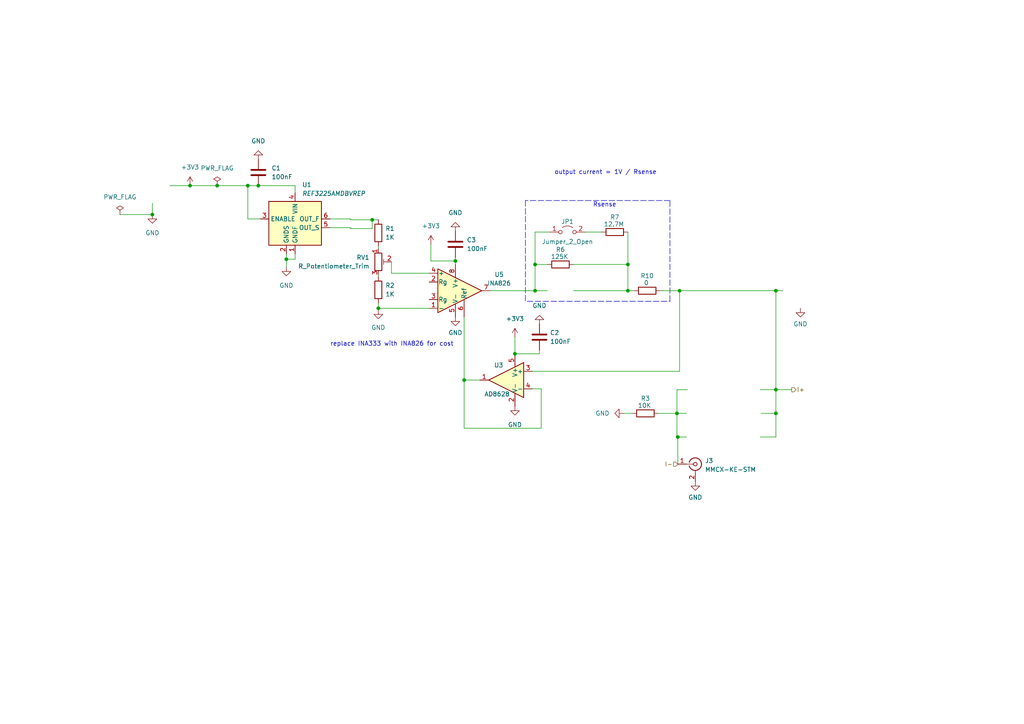
<source format=kicad_sch>
(kicad_sch (version 20211123) (generator eeschema)
  (paper "A4")
  (lib_symbols
    (symbol "0JLC-6:100nF" (pin_numbers hide) (pin_names (offset 0.254))
      (property "Reference" "C" (at 0.635 2.54 0))
      (property "Value" "100nF" (at 0.635 -2.54 0))
      (symbol "100nF_0_1"
        (polyline (pts (xy -2.032 -0.762) (xy 2.032 -0.762)) (stroke (width 0.508)))
        (polyline (pts (xy -2.032 0.762) (xy 2.032 0.762)) (stroke (width 0.508)))
      )
      (symbol "100nF_1_1"
        (pin passive line (at 0 3.81 270) (length 2.794) (name "~") (number "1"))
        (pin passive line (at 0 -3.81 90) (length 2.794) (name "~") (number "2"))
      )
    )
    (symbol "0JLC-6:1K" (pin_numbers hide) (pin_names (offset 0))
      (property "Reference" "R" (at 2.032 0 90))
      (property "Value" "1K" (at 0 0 90))
      (symbol "1K_0_1"
        (rectangle (start -1.016 -2.54) (end 1.016 2.54) (stroke (width 0.254)))
      )
      (symbol "1K_1_1"
        (pin passive line (at 0 3.81 270) (length 1.27) (name "~") (number "1"))
        (pin passive line (at 0 -3.81 90) (length 1.27) (name "~") (number "2"))
      )
    )
    (symbol "0JLC-6:AD8605" (pin_names (offset 0.127))
      (property "Reference" "U" (at 0 5.08 0))
      (property "Value" "AD8605" (at 0 -5.08 0))
      (property "LCSC" "C9641" (at 0 0 0))
      (property "MPN" "AD8605ARTZ-REEL7" (at 0 0 0))
      (property "LCSC2" "C578772" (at 0 0 0))
      (symbol "AD8605_0_1"
        (polyline (pts (xy -5.08 5.08) (xy 5.08 0) (xy -5.08 -5.08) (xy -5.08 5.08)) (stroke (width 0.254)) (fill (type background)))
        (pin power_in line (at -2.54 -7.62 90) (length 3.81) (name "V-") (number "2"))
        (pin power_in line (at -2.54 7.62 270) (length 3.81) (name "V+") (number "5"))
      )
      (symbol "AD8605_1_1"
        (pin output line (at 7.62 0 180) (length 2.54) (name "~") (number "1"))
        (pin input line (at -7.62 2.54 0) (length 2.54) (name "+") (number "3"))
        (pin input line (at -7.62 -2.54 0) (length 2.54) (name "-") (number "4"))
      )
    )
    (symbol "0JLC-6:INA826" (pin_names (offset 0.127))
      (property "Reference" "U" (at 3.81 3.175 0))
      (property "Value" "INA826" (at 3.81 -3.175 0))
      (symbol "INA826_0_1"
        (polyline (pts (xy 7.62 0) (xy -5.08 6.35) (xy -5.08 -6.35) (xy 7.62 0)) (stroke (width 0.254)) (fill (type background)))
      )
      (symbol "INA826_1_1"
        (pin input line (at -7.62 -5.08 0) (length 2.54) (name "-") (number "1"))
        (pin passive line (at -7.62 2.54 0) (length 2.54) (name "Rg") (number "2"))
        (pin passive line (at -7.62 -2.54 0) (length 2.54) (name "Rg") (number "3"))
        (pin input line (at -7.62 5.08 0) (length 2.54) (name "+") (number "4"))
        (pin power_in line (at 0 -7.62 90) (length 3.81) (name "V-") (number "5"))
        (pin input line (at 2.54 -7.62 90) (length 5.08) (name "Ref") (number "6"))
        (pin output line (at 10.16 0 180) (length 2.54) (name "~") (number "7"))
        (pin power_in line (at 0 7.62 270) (length 3.81) (name "V+") (number "8"))
      )
    )
    (symbol "0JLC-6:MMCX-KE-STM" (pin_names (offset 1.016) hide)
      (property "Reference" "J" (at 0.254 3.048 0))
      (property "Value" "MMCX-KE-STM" (at 2.921 0 90))
      (symbol "MMCX-KE-STM_0_1"
        (arc (start -1.778 -0.508) (mid 0.2311 -1.8066) (end 1.778 0) (stroke (width 0.254)))
        (polyline (pts (xy -2.54 0) (xy -0.508 0)))
        (polyline (pts (xy 0 -2.54) (xy 0 -1.778)))
        (circle (center 0 0) (radius 0.508) (stroke (width 0.2032)))
        (arc (start 1.778 0) (mid 0.2099 1.8101) (end -1.778 0.508) (stroke (width 0.254)))
      )
      (symbol "MMCX-KE-STM_1_1"
        (pin passive line (at -5.08 0 0) (length 2.54) (name "In") (number "1"))
        (pin passive line (at 0 -5.08 90) (length 2.54) (name "Ext") (number "2"))
      )
    )
    (symbol "Device:R_Potentiometer_Trim" (pin_names (offset 1.016) hide)
      (property "Reference" "RV" (at -4.445 0 90))
      (property "Value" "R_Potentiometer_Trim" (at -2.54 0 90))
      (symbol "R_Potentiometer_Trim_0_1"
        (polyline (pts (xy 1.524 0.762) (xy 1.524 -0.762)))
        (polyline (pts (xy 2.54 0) (xy 1.524 0)))
        (rectangle (start 1.016 2.54) (end -1.016 -2.54) (stroke (width 0.254)))
      )
      (symbol "R_Potentiometer_Trim_1_1"
        (pin passive line (at 0 3.81 270) (length 1.27) (name "1") (number "1"))
        (pin passive line (at 3.81 0 180) (length 1.27) (name "2") (number "2"))
        (pin passive line (at 0 -3.81 90) (length 1.27) (name "3") (number "3"))
      )
    )
    (symbol "Jumper:Jumper_2_Open" (pin_names (offset 0) hide)
      (property "Reference" "JP" (at 0 2.794 0))
      (property "Value" "Jumper_2_Open" (at 0 -2.286 0))
      (symbol "Jumper_2_Open_0_0"
        (circle (center -2.032 0) (radius 0.508))
        (circle (center 2.032 0) (radius 0.508))
      )
      (symbol "Jumper_2_Open_0_1"
        (arc (start 1.524 1.27) (mid 0 1.778) (end -1.524 1.27))
      )
      (symbol "Jumper_2_Open_1_1"
        (pin passive line (at -5.08 0 0) (length 2.54) (name "A") (number "1"))
        (pin passive line (at 5.08 0 180) (length 2.54) (name "B") (number "2"))
      )
    )
    (symbol "Reference_Voltage:REF3225AMDBVREP"
      (property "Reference" "U" (at 1.27 8.89 0))
      (property "Value" "REF3225AMDBVREP" (at 1.27 6.35 0))
      (symbol "REF3225AMDBVREP_0_1"
        (rectangle (start -7.62 5.08) (end 7.62 -7.62) (stroke (width 0.254)) (fill (type background)))
      )
      (symbol "REF3225AMDBVREP_1_1"
        (pin power_in line (at 0 -10.16 90) (length 2.54) (name "GNDF") (number "1"))
        (pin input line (at -2.54 -10.16 90) (length 2.54) (name "GNDS") (number "2"))
        (pin input line (at -10.16 0 0) (length 2.54) (name "ENABLE") (number "3"))
        (pin power_in line (at 0 7.62 270) (length 2.54) (name "VIN") (number "4"))
        (pin input line (at 10.16 -2.54 180) (length 2.54) (name "OUT_S") (number "5"))
        (pin output line (at 10.16 0 180) (length 2.54) (name "OUT_F") (number "6"))
      )
    )
    (symbol "power:+3.3V" (power) (pin_names (offset 0))
      (property "Value" "+3.3V" (at 0 3.556 0))
      (symbol "+3.3V_0_1"
        (polyline (pts (xy -0.762 1.27) (xy 0 2.54)))
        (polyline (pts (xy 0 0) (xy 0 2.54)))
        (polyline (pts (xy 0 2.54) (xy 0.762 1.27)))
      )
      (symbol "+3.3V_1_1"
        (pin power_in line (at 0 0 90) (length 0) hide (name "+3V3") (number "1"))
      )
    )
    (symbol "power:GND" (power) (pin_names (offset 0))
      (property "Value" "GND" (at 0 -3.81 0))
      (symbol "GND_0_1"
        (polyline (pts (xy 0 0) (xy 0 -1.27) (xy 1.27 -1.27) (xy 0 -2.54) (xy -1.27 -1.27) (xy 0 -1.27)))
      )
      (symbol "GND_1_1"
        (pin power_in line (at 0 0 270) (length 0) hide (name "GND") (number "1"))
      )
    )
    (symbol "power:PWR_FLAG" (power) (pin_numbers hide) (pin_names (offset 0) hide)
      (property "Value" "PWR_FLAG" (at 0 3.81 0))
      (symbol "PWR_FLAG_0_0"
        (pin power_out line (at 0 0 90) (length 0) (name "pwr") (number "1"))
      )
      (symbol "PWR_FLAG_0_1"
        (polyline (pts (xy 0 0) (xy 0 1.27) (xy -1.016 1.905) (xy 0 2.54) (xy 1.016 1.905) (xy 0 1.27)))
      )
    )
  )
  (junction (at 132.08 75.692))
  (junction (at 83.058 75.184))
  (junction (at 197.104 84.328))
  (junction (at 109.728 89.408))
  (junction (at 74.93 53.848))
  (junction (at 196.596 126.746))
  (junction (at 155.194 76.708))
  (junction (at 225.044 113.03))
  (junction (at 62.992 53.848))
  (junction (at 225.044 84.328))
  (junction (at 134.62 110.236))
  (junction (at 71.882 53.848))
  (junction (at 155.194 84.328))
  (junction (at 107.95 63.754))
  (junction (at 149.352 102.616))
  (junction (at 182.118 76.708))
  (junction (at 44.196 62.23))
  (junction (at 55.118 53.848))
  (junction (at 225.044 119.888))
  (junction (at 196.342 119.888))
  (junction (at 182.118 84.328))
  (wire (pts (xy 34.798 62.23) (xy 44.196 62.23)))
  (wire (pts (xy 149.352 102.616) (xy 156.464 102.616)))
  (wire (pts (xy 191.008 119.888) (xy 196.342 119.888)))
  (wire (pts (xy 155.194 67.31) (xy 155.194 76.708)))
  (wire (pts (xy 225.044 84.328) (xy 225.044 113.03)))
  (wire (pts (xy 132.08 75.692) (xy 132.08 76.708)))
  (wire (pts (xy 49.276 53.848) (xy 55.118 53.848)))
  (wire (pts (xy 113.538 79.248) (xy 124.46 79.248)))
  (wire (pts (xy 196.596 126.746) (xy 196.596 134.62)))
  (wire (pts (xy 220.726 119.888) (xy 225.044 119.888)))
  (wire (pts (xy 180.848 119.888) (xy 183.388 119.888)))
  (wire (pts (xy 101.6 66.294) (xy 107.95 66.294)))
  (wire (pts (xy 154.432 112.776) (xy 156.972 112.776)))
  (wire (pts (xy 191.516 84.328) (xy 197.104 84.328)))
  (wire (pts (xy 196.342 126.746) (xy 196.342 119.888)))
  (wire (pts (xy 71.882 63.5) (xy 71.882 53.848)))
  (wire (pts (xy 109.728 79.756) (xy 109.728 80.264)))
  (polyline (pts (xy 194.31 87.376) (xy 194.31 58.166)))
  (wire (pts (xy 197.104 84.328) (xy 225.044 84.328)))
  (polyline (pts (xy 194.31 58.166) (xy 152.4 58.166)))
  (wire (pts (xy 149.352 97.79) (xy 149.352 102.616)))
  (wire (pts (xy 71.882 53.848) (xy 74.93 53.848)))
  (wire (pts (xy 155.194 76.708) (xy 155.194 84.328)))
  (wire (pts (xy 225.044 113.03) (xy 229.616 113.03)))
  (wire (pts (xy 132.08 74.676) (xy 132.08 75.692)))
  (polyline (pts (xy 152.4 58.166) (xy 152.4 87.63)))
  (polyline (pts (xy 152.908 87.376) (xy 194.31 87.376)))
  (wire (pts (xy 62.992 53.848) (xy 71.882 53.848)))
  (wire (pts (xy 107.95 66.294) (xy 107.95 63.754)))
  (wire (pts (xy 101.6 66.04) (xy 101.6 66.294)))
  (wire (pts (xy 109.728 71.374) (xy 109.728 72.136)))
  (wire (pts (xy 197.104 107.696) (xy 197.104 84.328)))
  (wire (pts (xy 95.758 63.5) (xy 101.6 63.5)))
  (wire (pts (xy 44.196 58.928) (xy 44.196 62.23)))
  (wire (pts (xy 134.62 124.206) (xy 134.62 110.236)))
  (wire (pts (xy 225.044 119.888) (xy 225.044 113.03)))
  (wire (pts (xy 182.118 67.31) (xy 182.118 76.708)))
  (wire (pts (xy 227.076 84.328) (xy 225.044 84.328)))
  (wire (pts (xy 182.118 84.328) (xy 183.896 84.328)))
  (wire (pts (xy 225.044 113.03) (xy 220.472 113.03)))
  (wire (pts (xy 182.118 76.708) (xy 182.118 84.328)))
  (wire (pts (xy 124.968 70.866) (xy 124.968 75.692)))
  (wire (pts (xy 199.39 113.03) (xy 196.342 113.03)))
  (wire (pts (xy 134.62 91.948) (xy 134.62 110.236)))
  (wire (pts (xy 155.194 84.328) (xy 158.75 84.328)))
  (wire (pts (xy 196.342 119.888) (xy 199.136 119.888)))
  (wire (pts (xy 113.538 75.946) (xy 113.538 79.248)))
  (wire (pts (xy 109.728 89.408) (xy 109.728 89.916)))
  (wire (pts (xy 199.136 126.746) (xy 196.596 126.746)))
  (wire (pts (xy 83.058 75.184) (xy 83.058 77.47)))
  (wire (pts (xy 159.512 67.31) (xy 155.194 67.31)))
  (wire (pts (xy 95.758 66.04) (xy 101.6 66.04)))
  (wire (pts (xy 107.95 63.754) (xy 109.728 63.754)))
  (wire (pts (xy 85.598 53.848) (xy 85.598 55.88)))
  (wire (pts (xy 196.596 126.746) (xy 196.342 126.746)))
  (wire (pts (xy 156.972 124.206) (xy 134.62 124.206)))
  (wire (pts (xy 225.044 126.746) (xy 225.044 119.888)))
  (wire (pts (xy 85.598 73.66) (xy 85.598 75.184)))
  (wire (pts (xy 101.6 63.5) (xy 101.6 63.754)))
  (wire (pts (xy 142.24 84.328) (xy 155.194 84.328)))
  (wire (pts (xy 109.728 87.884) (xy 109.728 89.408)))
  (wire (pts (xy 124.968 75.692) (xy 132.08 75.692)))
  (wire (pts (xy 85.598 75.184) (xy 83.058 75.184)))
  (wire (pts (xy 166.37 76.708) (xy 182.118 76.708)))
  (wire (pts (xy 109.728 89.408) (xy 124.46 89.408)))
  (wire (pts (xy 196.342 113.03) (xy 196.342 119.888)))
  (wire (pts (xy 182.118 84.328) (xy 166.37 84.328)))
  (wire (pts (xy 169.672 67.31) (xy 174.498 67.31)))
  (wire (pts (xy 101.6 63.754) (xy 107.95 63.754)))
  (wire (pts (xy 154.432 107.696) (xy 197.104 107.696)))
  (wire (pts (xy 75.438 63.5) (xy 71.882 63.5)))
  (wire (pts (xy 83.058 73.66) (xy 83.058 75.184)))
  (wire (pts (xy 158.75 76.708) (xy 155.194 76.708)))
  (wire (pts (xy 55.118 53.848) (xy 62.992 53.848)))
  (wire (pts (xy 156.464 101.6) (xy 156.464 102.616)))
  (wire (pts (xy 156.972 112.776) (xy 156.972 124.206)))
  (wire (pts (xy 74.93 53.848) (xy 85.598 53.848)))
  (wire (pts (xy 220.472 126.746) (xy 225.044 126.746)))
  (wire (pts (xy 134.62 110.236) (xy 139.192 110.236)))
  (text "Rsense" (at 171.958 60.198 0) (effects (font (size 1.27 1.27)) (justify left bottom)))
  (text "output current = 1V / Rsense" (at 160.782 50.8 0) (effects (font (size 1.27 1.27)) (justify left bottom)))
  (text "replace INA333 with INA826 for cost" (at 95.758 100.584 0) (effects (font (size 1.27 1.27)) (justify left bottom)))
  (hierarchical_label "I+" (shape output) (at 229.616 113.03 0))
  (hierarchical_label "I-" (shape input) (at 196.596 134.62 180))
  (symbol (lib_id "0JLC-6:100nF") (at 74.93 50.038 0) (unit 1)
    (property "Reference" "C1" (at 78.74 48.7679 0) (effects (justify left)))
    (property "Value" "100nF" (at 78.74 51.3079 0) (effects (justify left)))
    (property "Footprint" "Capacitor_SMD:C_0603_1608Metric_Pad1.08x0.95mm_HandSolder" (effects hide))
    (property "LCSC" "C14663" (effects hide))
    (property "MPN" "CC0603KRX7R9BB104" (effects hide))
  )
  (symbol (lib_id "power:GND") (at 132.08 67.056 180) (unit 1)
    (property "Reference" "#PWR0105" (effects hide))
    (property "Value" "GND" (at 132.08 61.722 0))
  )
  (symbol (lib_id "0JLC-6:100nF") (at 132.08 70.866 0) (unit 1)
    (property "Reference" "C3" (at 135.382 69.5959 0) (effects (justify left)))
    (property "Value" "100nF" (at 135.382 72.1359 0) (effects (justify left)))
    (property "Footprint" "Capacitor_SMD:C_0603_1608Metric_Pad1.08x0.95mm_HandSolder" (effects hide))
    (property "LCSC" "C14663" (effects hide))
    (property "MPN" "CC0603KRX7R9BB104" (effects hide))
  )
  (symbol (lib_id "power:+3.3V") (at 149.352 97.79 0) (unit 1)
    (property "Reference" "#PWR021" (effects hide))
    (property "Value" "+3.3V" (at 149.352 92.456 0))
  )
  (symbol (lib_id "0JLC-6:1K") (at 178.308 67.31 90) (unit 1)
    (property "Reference" "R7" (at 178.308 62.992 90))
    (property "Value" "12.7M" (at 178.054 65.024 90))
    (property "Footprint" "Resistor_SMD:R_0805_2012Metric" (effects hide))
    (property "LCSC" "C316205" (effects hide))
  )
  (symbol (lib_id "power:+3.3V") (at 124.968 70.866 0) (unit 1)
    (property "Reference" "#PWR018" (effects hide))
    (property "Value" "+3.3V" (at 124.968 65.532 0))
  )
  (symbol (lib_id "power:GND") (at 180.848 119.888 270) (unit 1)
    (property "Reference" "#PWR0103" (effects hide))
    (property "Value" "GND" (at 176.784 119.8879 90) (effects (justify right)))
  )
  (symbol (lib_id "0JLC-6:AD8605") (at 146.812 110.236 0) (mirror y) (unit 1)
    (property "Reference" "U3" (at 143.256 105.918 0) (effects (justify right)))
    (property "Value" "AD8628" (at 140.462 114.3 0) (effects (justify right)))
    (property "Footprint" "Package_TO_SOT_SMD:TSOT-23-5" (effects hide))
    (property "LCSC" "C207504" (effects hide))
  )
  (symbol (lib_id "Device:R_Potentiometer_Trim") (at 109.728 75.946 0) (unit 1)
    (property "Reference" "RV1" (at 107.188 74.6759 0) (effects (justify right)))
    (property "Value" "R_Potentiometer_Trim" (at 107.188 77.2159 0) (effects (justify right)))
    (property "Footprint" "Potentiometer_THT:Potentiometer_Bourns_3266W_Vertical" (effects hide))
    (property "LCSC" "C124980" (effects hide))
  )
  (symbol (lib_id "0JLC-6:1K") (at 109.728 67.564 0) (unit 1)
    (property "Reference" "R1" (at 111.76 66.2939 0) (effects (justify left)))
    (property "Value" "1K" (at 111.76 68.8339 0) (effects (justify left)))
    (property "Footprint" "Resistor_SMD:R_0805_2012Metric" (effects hide))
    (property "LCSC" "C706400" (effects hide))
  )
  (symbol (lib_id "Reference_Voltage:REF3225AMDBVREP") (at 85.598 63.5 0) (unit 1)
    (property "Reference" "U1" (at 87.6174 53.594 0) (effects (justify left)))
    (property "Value" "REF3225AMDBVREP" (at 87.6174 56.134 0) (effects (font italic) (justify left)))
    (property "Footprint" "Package_TO_SOT_SMD:SOT-23-6" (effects hide))
    (property "Datasheet" "http://www.ti.com/lit/ds/symlink/ref3240-ep.pdf" (effects hide))
  )
  (symbol (lib_id "0JLC-6:1K") (at 187.198 119.888 90) (unit 1)
    (property "Reference" "R3" (at 187.198 115.57 90))
    (property "Value" "10K" (at 186.944 117.602 90))
    (property "Footprint" "Resistor_SMD:R_0805_2012Metric" (effects hide))
    (property "LCSC" "C706400" (effects hide))
  )
  (symbol (lib_id "0JLC-6:1K") (at 187.706 84.328 90) (unit 1)
    (property "Reference" "R10" (at 187.706 80.01 90))
    (property "Value" "0" (at 187.452 82.042 90))
    (property "Footprint" "Resistor_SMD:R_0603_1608Metric_Pad0.98x0.95mm_HandSolder" (effects hide))
  )
  (symbol (lib_id "power:GND") (at 44.196 62.23 0) (unit 1)
    (property "Reference" "#PWR0113" (effects hide))
    (property "Value" "GND" (at 44.196 67.564 0))
  )
  (symbol (lib_id "power:GND") (at 149.352 117.856 0) (unit 1)
    (property "Reference" "#PWR0106" (effects hide))
    (property "Value" "GND" (at 149.352 123.19 0))
  )
  (symbol (lib_id "power:GND") (at 83.058 77.47 0) (unit 1)
    (property "Reference" "#PWR0111" (effects hide))
    (property "Value" "GND" (at 83.058 82.804 0))
  )
  (symbol (lib_id "power:GND") (at 156.464 93.98 180) (unit 1)
    (property "Reference" "#PWR0102" (effects hide))
    (property "Value" "GND" (at 156.464 88.646 0))
  )
  (symbol (lib_id "0JLC-6:MMCX-KE-STM") (at 201.676 134.62 0) (unit 1)
    (property "Reference" "J3" (at 204.47 133.6431 0) (effects (justify left)))
    (property "Value" "MMCX-KE-STM" (at 204.47 136.1831 0) (effects (justify left)))
    (property "Footprint" "0my_footprints6:MMCX-SMD_KH-MMCX-KE-STM" (effects hide))
    (property "Datasheet" " ~" (effects hide))
    (property "LCSC" "C2898970" (effects hide))
    (property "MPN" "KH-MMCX-KE-STM" (effects hide))
  )
  (symbol (lib_id "0JLC-6:1K") (at 162.56 76.708 90) (unit 1)
    (property "Reference" "R6" (at 162.56 72.39 90))
    (property "Value" "125K" (at 162.306 74.422 90))
    (property "Footprint" "Resistor_SMD:R_0805_2012Metric" (effects hide))
    (property "LCSC" "C316205" (effects hide))
  )
  (symbol (lib_id "power:PWR_FLAG") (at 62.992 53.848 0) (unit 1)
    (property "Reference" "#FLG0102" (effects hide))
    (property "Value" "PWR_FLAG" (at 62.992 48.768 0))
  )
  (symbol (lib_id "0JLC-6:100nF") (at 156.464 97.79 0) (unit 1)
    (property "Reference" "C2" (at 159.512 96.5199 0) (effects (justify left)))
    (property "Value" "100nF" (at 159.512 99.0599 0) (effects (justify left)))
    (property "Footprint" "Capacitor_SMD:C_0603_1608Metric_Pad1.08x0.95mm_HandSolder" (effects hide))
    (property "LCSC" "C14663" (effects hide))
    (property "MPN" "CC0603KRX7R9BB104" (effects hide))
  )
  (symbol (lib_id "power:GND") (at 232.156 89.408 0) (unit 1)
    (property "Reference" "#PWR0109" (effects hide))
    (property "Value" "GND" (at 232.156 93.98 0))
  )
  (symbol (lib_id "power:GND") (at 109.728 89.916 0) (unit 1)
    (property "Reference" "#PWR0108" (effects hide))
    (property "Value" "GND" (at 109.728 94.996 0))
  )
  (symbol (lib_id "power:GND") (at 132.08 91.948 0) (unit 1)
    (property "Reference" "#PWR0107" (effects hide))
    (property "Value" "GND" (at 132.08 96.52 0))
  )
  (symbol (lib_id "power:GND") (at 74.93 46.228 180) (unit 1)
    (property "Reference" "#PWR0112" (effects hide))
    (property "Value" "GND" (at 74.93 40.894 0))
  )
  (symbol (lib_id "power:PWR_FLAG") (at 34.798 62.23 0) (unit 1)
    (property "Reference" "#FLG0101" (effects hide))
    (property "Value" "PWR_FLAG" (at 34.798 57.15 0))
  )
  (symbol (lib_id "power:GND") (at 201.676 139.7 0) (unit 1)
    (property "Reference" "#PWR0110" (effects hide))
    (property "Value" "GND" (at 201.676 144.272 0))
  )
  (symbol (lib_id "0JLC-6:1K") (at 109.728 84.074 0) (unit 1)
    (property "Reference" "R2" (at 111.76 82.8039 0) (effects (justify left)))
    (property "Value" "1K" (at 111.76 85.3439 0) (effects (justify left)))
    (property "Footprint" "Resistor_SMD:R_0805_2012Metric" (effects hide))
    (property "LCSC" "C706400" (effects hide))
  )
  (symbol (lib_id "0JLC-6:INA826") (at 132.08 84.328 0) (unit 1)
    (property "Reference" "U5" (at 144.78 79.629 0))
    (property "Value" "INA826" (at 144.78 82.169 0))
    (property "Footprint" "Package_SO:SOIC-8_3.9x4.9mm_P1.27mm" (effects hide))
    (property "LCSC" "C38433" (effects hide))
    (property "MPN" "INA826AIDR" (effects hide))
  )
  (symbol (lib_id "Jumper:Jumper_2_Open") (at 164.592 67.31 0) (unit 1)
    (property "Reference" "JP1" (at 164.592 64.262 0))
    (property "Value" "Jumper_2_Open" (at 164.592 70.104 0))
    (property "Footprint" "Jumper:SolderJumper-2_P1.3mm_Open_RoundedPad1.0x1.5mm" (effects hide))
  )
  (symbol (lib_id "power:+3.3V") (at 55.118 53.848 0) (unit 1)
    (property "Reference" "#PWR014" (effects hide))
    (property "Value" "+3.3V" (at 55.118 48.514 0))
  )
)
</source>
